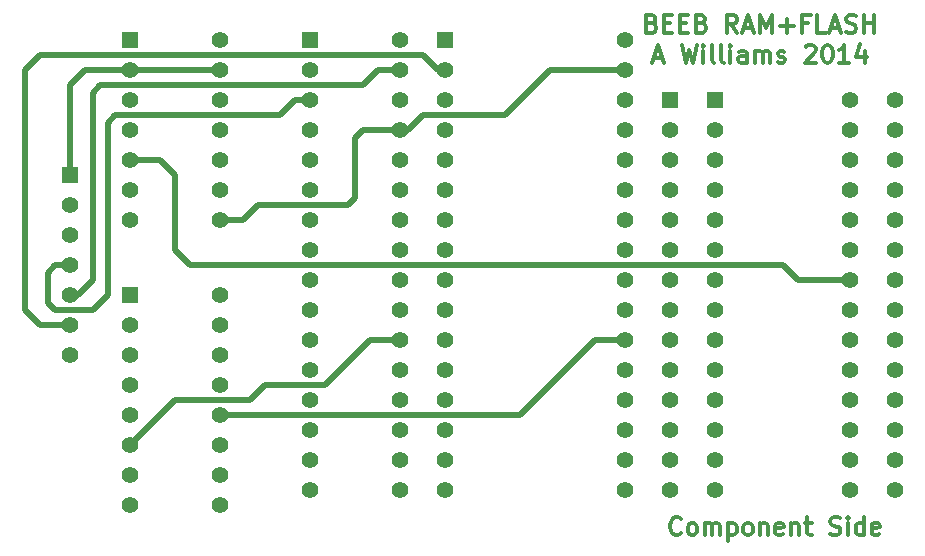
<source format=gtl>
G04 (created by PCBNEW (2013-07-07 BZR 4022)-stable) date 11/12/2014 2:51:25 PM*
%MOIN*%
G04 Gerber Fmt 3.4, Leading zero omitted, Abs format*
%FSLAX34Y34*%
G01*
G70*
G90*
G04 APERTURE LIST*
%ADD10C,0.00590551*%
%ADD11C,0.011811*%
%ADD12R,0.055X0.055*%
%ADD13C,0.055*%
%ADD14C,0.02*%
G04 APERTURE END LIST*
G54D10*
G54D11*
X103456Y-40070D02*
X103737Y-40070D01*
X103400Y-40239D02*
X103597Y-39648D01*
X103794Y-40239D01*
X104384Y-39648D02*
X104525Y-40239D01*
X104637Y-39817D01*
X104750Y-40239D01*
X104890Y-39648D01*
X105115Y-40239D02*
X105115Y-39845D01*
X105115Y-39648D02*
X105087Y-39676D01*
X105115Y-39704D01*
X105143Y-39676D01*
X105115Y-39648D01*
X105115Y-39704D01*
X105481Y-40239D02*
X105425Y-40210D01*
X105397Y-40154D01*
X105397Y-39648D01*
X105790Y-40239D02*
X105734Y-40210D01*
X105706Y-40154D01*
X105706Y-39648D01*
X106015Y-40239D02*
X106015Y-39845D01*
X106015Y-39648D02*
X105987Y-39676D01*
X106015Y-39704D01*
X106043Y-39676D01*
X106015Y-39648D01*
X106015Y-39704D01*
X106550Y-40239D02*
X106550Y-39929D01*
X106521Y-39873D01*
X106465Y-39845D01*
X106353Y-39845D01*
X106296Y-39873D01*
X106550Y-40210D02*
X106493Y-40239D01*
X106353Y-40239D01*
X106296Y-40210D01*
X106268Y-40154D01*
X106268Y-40098D01*
X106296Y-40042D01*
X106353Y-40014D01*
X106493Y-40014D01*
X106550Y-39985D01*
X106831Y-40239D02*
X106831Y-39845D01*
X106831Y-39901D02*
X106859Y-39873D01*
X106915Y-39845D01*
X107000Y-39845D01*
X107056Y-39873D01*
X107084Y-39929D01*
X107084Y-40239D01*
X107084Y-39929D02*
X107112Y-39873D01*
X107168Y-39845D01*
X107253Y-39845D01*
X107309Y-39873D01*
X107337Y-39929D01*
X107337Y-40239D01*
X107590Y-40210D02*
X107646Y-40239D01*
X107759Y-40239D01*
X107815Y-40210D01*
X107843Y-40154D01*
X107843Y-40126D01*
X107815Y-40070D01*
X107759Y-40042D01*
X107674Y-40042D01*
X107618Y-40014D01*
X107590Y-39957D01*
X107590Y-39929D01*
X107618Y-39873D01*
X107674Y-39845D01*
X107759Y-39845D01*
X107815Y-39873D01*
X108518Y-39704D02*
X108546Y-39676D01*
X108602Y-39648D01*
X108743Y-39648D01*
X108799Y-39676D01*
X108827Y-39704D01*
X108856Y-39760D01*
X108856Y-39817D01*
X108827Y-39901D01*
X108490Y-40239D01*
X108856Y-40239D01*
X109221Y-39648D02*
X109277Y-39648D01*
X109334Y-39676D01*
X109362Y-39704D01*
X109390Y-39760D01*
X109418Y-39873D01*
X109418Y-40014D01*
X109390Y-40126D01*
X109362Y-40182D01*
X109334Y-40210D01*
X109277Y-40239D01*
X109221Y-40239D01*
X109165Y-40210D01*
X109137Y-40182D01*
X109109Y-40126D01*
X109080Y-40014D01*
X109080Y-39873D01*
X109109Y-39760D01*
X109137Y-39704D01*
X109165Y-39676D01*
X109221Y-39648D01*
X109980Y-40239D02*
X109643Y-40239D01*
X109812Y-40239D02*
X109812Y-39648D01*
X109755Y-39732D01*
X109699Y-39789D01*
X109643Y-39817D01*
X110487Y-39845D02*
X110487Y-40239D01*
X110346Y-39620D02*
X110205Y-40042D01*
X110571Y-40042D01*
X103400Y-38929D02*
X103484Y-38957D01*
X103512Y-38985D01*
X103541Y-39042D01*
X103541Y-39126D01*
X103512Y-39182D01*
X103484Y-39210D01*
X103428Y-39239D01*
X103203Y-39239D01*
X103203Y-38648D01*
X103400Y-38648D01*
X103456Y-38676D01*
X103484Y-38704D01*
X103512Y-38760D01*
X103512Y-38817D01*
X103484Y-38873D01*
X103456Y-38901D01*
X103400Y-38929D01*
X103203Y-38929D01*
X103794Y-38929D02*
X103991Y-38929D01*
X104075Y-39239D02*
X103794Y-39239D01*
X103794Y-38648D01*
X104075Y-38648D01*
X104328Y-38929D02*
X104525Y-38929D01*
X104609Y-39239D02*
X104328Y-39239D01*
X104328Y-38648D01*
X104609Y-38648D01*
X105059Y-38929D02*
X105143Y-38957D01*
X105172Y-38985D01*
X105200Y-39042D01*
X105200Y-39126D01*
X105172Y-39182D01*
X105143Y-39210D01*
X105087Y-39239D01*
X104862Y-39239D01*
X104862Y-38648D01*
X105059Y-38648D01*
X105115Y-38676D01*
X105143Y-38704D01*
X105172Y-38760D01*
X105172Y-38817D01*
X105143Y-38873D01*
X105115Y-38901D01*
X105059Y-38929D01*
X104862Y-38929D01*
X106240Y-39239D02*
X106043Y-38957D01*
X105903Y-39239D02*
X105903Y-38648D01*
X106128Y-38648D01*
X106184Y-38676D01*
X106212Y-38704D01*
X106240Y-38760D01*
X106240Y-38845D01*
X106212Y-38901D01*
X106184Y-38929D01*
X106128Y-38957D01*
X105903Y-38957D01*
X106465Y-39070D02*
X106746Y-39070D01*
X106409Y-39239D02*
X106606Y-38648D01*
X106803Y-39239D01*
X107000Y-39239D02*
X107000Y-38648D01*
X107196Y-39070D01*
X107393Y-38648D01*
X107393Y-39239D01*
X107674Y-39014D02*
X108124Y-39014D01*
X107899Y-39239D02*
X107899Y-38789D01*
X108602Y-38929D02*
X108406Y-38929D01*
X108406Y-39239D02*
X108406Y-38648D01*
X108687Y-38648D01*
X109193Y-39239D02*
X108912Y-39239D01*
X108912Y-38648D01*
X109362Y-39070D02*
X109643Y-39070D01*
X109305Y-39239D02*
X109502Y-38648D01*
X109699Y-39239D01*
X109868Y-39210D02*
X109952Y-39239D01*
X110093Y-39239D01*
X110149Y-39210D01*
X110177Y-39182D01*
X110205Y-39126D01*
X110205Y-39070D01*
X110177Y-39014D01*
X110149Y-38985D01*
X110093Y-38957D01*
X109980Y-38929D01*
X109924Y-38901D01*
X109896Y-38873D01*
X109868Y-38817D01*
X109868Y-38760D01*
X109896Y-38704D01*
X109924Y-38676D01*
X109980Y-38648D01*
X110121Y-38648D01*
X110205Y-38676D01*
X110458Y-39239D02*
X110458Y-38648D01*
X110458Y-38929D02*
X110796Y-38929D01*
X110796Y-39239D02*
X110796Y-38648D01*
X104364Y-55932D02*
X104336Y-55960D01*
X104251Y-55989D01*
X104195Y-55989D01*
X104111Y-55960D01*
X104055Y-55904D01*
X104026Y-55848D01*
X103998Y-55735D01*
X103998Y-55651D01*
X104026Y-55539D01*
X104055Y-55482D01*
X104111Y-55426D01*
X104195Y-55398D01*
X104251Y-55398D01*
X104336Y-55426D01*
X104364Y-55454D01*
X104701Y-55989D02*
X104645Y-55960D01*
X104617Y-55932D01*
X104589Y-55876D01*
X104589Y-55707D01*
X104617Y-55651D01*
X104645Y-55623D01*
X104701Y-55595D01*
X104786Y-55595D01*
X104842Y-55623D01*
X104870Y-55651D01*
X104898Y-55707D01*
X104898Y-55876D01*
X104870Y-55932D01*
X104842Y-55960D01*
X104786Y-55989D01*
X104701Y-55989D01*
X105151Y-55989D02*
X105151Y-55595D01*
X105151Y-55651D02*
X105179Y-55623D01*
X105236Y-55595D01*
X105320Y-55595D01*
X105376Y-55623D01*
X105404Y-55679D01*
X105404Y-55989D01*
X105404Y-55679D02*
X105433Y-55623D01*
X105489Y-55595D01*
X105573Y-55595D01*
X105629Y-55623D01*
X105658Y-55679D01*
X105658Y-55989D01*
X105939Y-55595D02*
X105939Y-56185D01*
X105939Y-55623D02*
X105995Y-55595D01*
X106107Y-55595D01*
X106164Y-55623D01*
X106192Y-55651D01*
X106220Y-55707D01*
X106220Y-55876D01*
X106192Y-55932D01*
X106164Y-55960D01*
X106107Y-55989D01*
X105995Y-55989D01*
X105939Y-55960D01*
X106557Y-55989D02*
X106501Y-55960D01*
X106473Y-55932D01*
X106445Y-55876D01*
X106445Y-55707D01*
X106473Y-55651D01*
X106501Y-55623D01*
X106557Y-55595D01*
X106642Y-55595D01*
X106698Y-55623D01*
X106726Y-55651D01*
X106754Y-55707D01*
X106754Y-55876D01*
X106726Y-55932D01*
X106698Y-55960D01*
X106642Y-55989D01*
X106557Y-55989D01*
X107007Y-55595D02*
X107007Y-55989D01*
X107007Y-55651D02*
X107035Y-55623D01*
X107092Y-55595D01*
X107176Y-55595D01*
X107232Y-55623D01*
X107260Y-55679D01*
X107260Y-55989D01*
X107767Y-55960D02*
X107710Y-55989D01*
X107598Y-55989D01*
X107542Y-55960D01*
X107514Y-55904D01*
X107514Y-55679D01*
X107542Y-55623D01*
X107598Y-55595D01*
X107710Y-55595D01*
X107767Y-55623D01*
X107795Y-55679D01*
X107795Y-55735D01*
X107514Y-55792D01*
X108048Y-55595D02*
X108048Y-55989D01*
X108048Y-55651D02*
X108076Y-55623D01*
X108132Y-55595D01*
X108217Y-55595D01*
X108273Y-55623D01*
X108301Y-55679D01*
X108301Y-55989D01*
X108498Y-55595D02*
X108723Y-55595D01*
X108582Y-55398D02*
X108582Y-55904D01*
X108610Y-55960D01*
X108667Y-55989D01*
X108723Y-55989D01*
X109341Y-55960D02*
X109426Y-55989D01*
X109566Y-55989D01*
X109623Y-55960D01*
X109651Y-55932D01*
X109679Y-55876D01*
X109679Y-55820D01*
X109651Y-55764D01*
X109623Y-55735D01*
X109566Y-55707D01*
X109454Y-55679D01*
X109398Y-55651D01*
X109370Y-55623D01*
X109341Y-55567D01*
X109341Y-55510D01*
X109370Y-55454D01*
X109398Y-55426D01*
X109454Y-55398D01*
X109595Y-55398D01*
X109679Y-55426D01*
X109932Y-55989D02*
X109932Y-55595D01*
X109932Y-55398D02*
X109904Y-55426D01*
X109932Y-55454D01*
X109960Y-55426D01*
X109932Y-55398D01*
X109932Y-55454D01*
X110466Y-55989D02*
X110466Y-55398D01*
X110466Y-55960D02*
X110410Y-55989D01*
X110298Y-55989D01*
X110241Y-55960D01*
X110213Y-55932D01*
X110185Y-55876D01*
X110185Y-55707D01*
X110213Y-55651D01*
X110241Y-55623D01*
X110298Y-55595D01*
X110410Y-55595D01*
X110466Y-55623D01*
X110973Y-55960D02*
X110916Y-55989D01*
X110804Y-55989D01*
X110748Y-55960D01*
X110719Y-55904D01*
X110719Y-55679D01*
X110748Y-55623D01*
X110804Y-55595D01*
X110916Y-55595D01*
X110973Y-55623D01*
X111001Y-55679D01*
X111001Y-55735D01*
X110719Y-55792D01*
G54D12*
X84000Y-44000D03*
G54D13*
X84000Y-45000D03*
X84000Y-46000D03*
X84000Y-47000D03*
X84000Y-48000D03*
X84000Y-49000D03*
X84000Y-50000D03*
G54D12*
X96500Y-39500D03*
G54D13*
X96500Y-40500D03*
X96500Y-41500D03*
X96500Y-42500D03*
X96500Y-43500D03*
X96500Y-44500D03*
X96500Y-45500D03*
X96500Y-46500D03*
X96500Y-47500D03*
X96500Y-48500D03*
X96500Y-49500D03*
X96500Y-50500D03*
X96500Y-51500D03*
X96500Y-52500D03*
X96500Y-53500D03*
X96500Y-54500D03*
X102500Y-54500D03*
X102500Y-53500D03*
X102500Y-52500D03*
X102500Y-51500D03*
X102500Y-50500D03*
X102500Y-49500D03*
X102500Y-48500D03*
X102500Y-47500D03*
X102500Y-46500D03*
X102500Y-45500D03*
X102500Y-44500D03*
X102500Y-43500D03*
X102500Y-42500D03*
X102500Y-41500D03*
X102500Y-40500D03*
X102500Y-39500D03*
G54D12*
X105500Y-41500D03*
G54D13*
X105500Y-42500D03*
X105500Y-43500D03*
X105500Y-44500D03*
X105500Y-45500D03*
X105500Y-46500D03*
X105500Y-47500D03*
X105500Y-48500D03*
X105500Y-49500D03*
X105500Y-50500D03*
X105500Y-51500D03*
X105500Y-52500D03*
X105500Y-53500D03*
X105500Y-54500D03*
X111500Y-54500D03*
X111500Y-53500D03*
X111500Y-52500D03*
X111500Y-51500D03*
X111500Y-50500D03*
X111500Y-49500D03*
X111500Y-48500D03*
X111500Y-47500D03*
X111500Y-46500D03*
X111500Y-45500D03*
X111500Y-44500D03*
X111500Y-43500D03*
X111500Y-42500D03*
X111500Y-41500D03*
G54D12*
X104000Y-41500D03*
G54D13*
X104000Y-42500D03*
X104000Y-43500D03*
X104000Y-44500D03*
X104000Y-45500D03*
X104000Y-46500D03*
X104000Y-47500D03*
X104000Y-48500D03*
X104000Y-49500D03*
X104000Y-50500D03*
X104000Y-51500D03*
X104000Y-52500D03*
X104000Y-53500D03*
X104000Y-54500D03*
X110000Y-54500D03*
X110000Y-53500D03*
X110000Y-52500D03*
X110000Y-51500D03*
X110000Y-50500D03*
X110000Y-49500D03*
X110000Y-48500D03*
X110000Y-47500D03*
X110000Y-46500D03*
X110000Y-45500D03*
X110000Y-44500D03*
X110000Y-43500D03*
X110000Y-42500D03*
X110000Y-41500D03*
G54D12*
X86000Y-48000D03*
G54D13*
X86000Y-49000D03*
X86000Y-50000D03*
X86000Y-51000D03*
X86000Y-52000D03*
X86000Y-53000D03*
X86000Y-54000D03*
X86000Y-55000D03*
X89000Y-55000D03*
X89000Y-54000D03*
X89000Y-53000D03*
X89000Y-52000D03*
X89000Y-51000D03*
X89000Y-50000D03*
X89000Y-49000D03*
X89000Y-48000D03*
G54D12*
X86000Y-39500D03*
G54D13*
X86000Y-40500D03*
X86000Y-41500D03*
X86000Y-42500D03*
X86000Y-43500D03*
X86000Y-44500D03*
X86000Y-45500D03*
X89000Y-45500D03*
X89000Y-44500D03*
X89000Y-43500D03*
X89000Y-42500D03*
X89000Y-41500D03*
X89000Y-40500D03*
X89000Y-39500D03*
G54D12*
X92000Y-39500D03*
G54D13*
X92000Y-40500D03*
X92000Y-41500D03*
X92000Y-42500D03*
X92000Y-43500D03*
X92000Y-44500D03*
X92000Y-45500D03*
X92000Y-46500D03*
X92000Y-47500D03*
X92000Y-48500D03*
X92000Y-49500D03*
X92000Y-50500D03*
X92000Y-51500D03*
X92000Y-52500D03*
X92000Y-53500D03*
X92000Y-54500D03*
X95000Y-54500D03*
X95000Y-53500D03*
X95000Y-52500D03*
X95000Y-51500D03*
X95000Y-50500D03*
X95000Y-49500D03*
X95000Y-48500D03*
X95000Y-47500D03*
X95000Y-46500D03*
X95000Y-45500D03*
X95000Y-44500D03*
X95000Y-43500D03*
X95000Y-42500D03*
X95000Y-41500D03*
X95000Y-40500D03*
X95000Y-39500D03*
G54D14*
X110000Y-47500D02*
X108250Y-47500D01*
X87000Y-43500D02*
X86000Y-43500D01*
X87500Y-44000D02*
X87000Y-43500D01*
X87500Y-46500D02*
X87500Y-44000D01*
X88000Y-47000D02*
X87500Y-46500D01*
X107750Y-47000D02*
X88000Y-47000D01*
X108250Y-47500D02*
X107750Y-47000D01*
X102500Y-49500D02*
X101500Y-49500D01*
X99000Y-52000D02*
X89000Y-52000D01*
X101500Y-49500D02*
X99000Y-52000D01*
X86000Y-53000D02*
X87500Y-51500D01*
X94000Y-49500D02*
X95000Y-49500D01*
X92500Y-51000D02*
X94000Y-49500D01*
X90500Y-51000D02*
X92500Y-51000D01*
X90000Y-51500D02*
X90500Y-51000D01*
X87500Y-51500D02*
X90000Y-51500D01*
X95000Y-42500D02*
X93750Y-42500D01*
X89750Y-45500D02*
X89000Y-45500D01*
X90250Y-45000D02*
X89750Y-45500D01*
X93250Y-45000D02*
X90250Y-45000D01*
X93500Y-44750D02*
X93250Y-45000D01*
X93500Y-42750D02*
X93500Y-44750D01*
X93750Y-42500D02*
X93500Y-42750D01*
X95000Y-42500D02*
X95250Y-42500D01*
X100000Y-40500D02*
X102500Y-40500D01*
X98500Y-42000D02*
X100000Y-40500D01*
X95750Y-42000D02*
X98500Y-42000D01*
X95250Y-42500D02*
X95750Y-42000D01*
X92000Y-41500D02*
X91500Y-41500D01*
X83500Y-47000D02*
X84000Y-47000D01*
X83250Y-47250D02*
X83500Y-47000D01*
X83250Y-48250D02*
X83250Y-47250D01*
X83500Y-48500D02*
X83250Y-48250D01*
X84750Y-48500D02*
X83500Y-48500D01*
X85250Y-48000D02*
X84750Y-48500D01*
X85250Y-42250D02*
X85250Y-48000D01*
X85500Y-42000D02*
X85250Y-42250D01*
X91000Y-42000D02*
X85500Y-42000D01*
X91500Y-41500D02*
X91000Y-42000D01*
X95000Y-40500D02*
X94250Y-40500D01*
X84250Y-48000D02*
X84000Y-48000D01*
X84750Y-47500D02*
X84250Y-48000D01*
X84750Y-41250D02*
X84750Y-47500D01*
X85000Y-41000D02*
X84750Y-41250D01*
X93750Y-41000D02*
X85000Y-41000D01*
X94250Y-40500D02*
X93750Y-41000D01*
X96500Y-40500D02*
X96250Y-40500D01*
X83000Y-49000D02*
X84000Y-49000D01*
X82500Y-48500D02*
X83000Y-49000D01*
X82500Y-40500D02*
X82500Y-48500D01*
X83000Y-40000D02*
X82500Y-40500D01*
X95750Y-40000D02*
X83000Y-40000D01*
X96250Y-40500D02*
X95750Y-40000D01*
X86000Y-40500D02*
X84500Y-40500D01*
X84000Y-41000D02*
X84000Y-44000D01*
X84500Y-40500D02*
X84000Y-41000D01*
X86000Y-40500D02*
X89000Y-40500D01*
M02*

</source>
